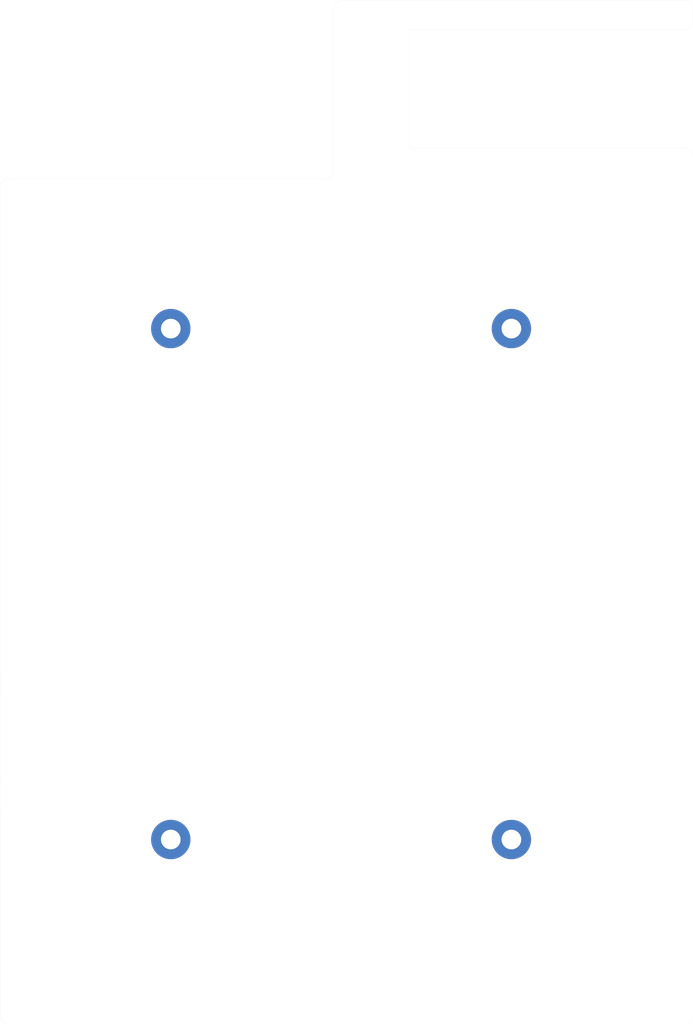
<source format=kicad_pcb>
(kicad_pcb (version 20171130) (host pcbnew "(5.1.6)-1")

  (general
    (thickness 1.6)
    (drawings 23)
    (tracks 0)
    (zones 0)
    (modules 4)
    (nets 1)
  )

  (page A4)
  (layers
    (0 F.Cu signal)
    (31 B.Cu signal)
    (32 B.Adhes user)
    (33 F.Adhes user)
    (34 B.Paste user)
    (35 F.Paste user)
    (36 B.SilkS user)
    (37 F.SilkS user)
    (38 B.Mask user)
    (39 F.Mask user)
    (40 Dwgs.User user)
    (41 Cmts.User user)
    (42 Eco1.User user)
    (43 Eco2.User user)
    (44 Edge.Cuts user)
    (45 Margin user)
    (46 B.CrtYd user)
    (47 F.CrtYd user)
    (48 B.Fab user)
    (49 F.Fab user)
  )

  (setup
    (last_trace_width 0.25)
    (user_trace_width 0.5)
    (user_trace_width 0.6)
    (trace_clearance 0.2)
    (zone_clearance 0.508)
    (zone_45_only no)
    (trace_min 0.2)
    (via_size 0.7)
    (via_drill 0.35)
    (via_min_size 0.4)
    (via_min_drill 0.3)
    (uvia_size 0.3)
    (uvia_drill 0.1)
    (uvias_allowed no)
    (uvia_min_size 0.2)
    (uvia_min_drill 0.1)
    (edge_width 0.01)
    (segment_width 0.2)
    (pcb_text_width 0.3)
    (pcb_text_size 1.5 1.5)
    (mod_edge_width 0.12)
    (mod_text_size 1 1)
    (mod_text_width 0.15)
    (pad_size 1.7526 1.7526)
    (pad_drill 1.0922)
    (pad_to_mask_clearance 0.051)
    (solder_mask_min_width 0.25)
    (aux_axis_origin 0 0)
    (grid_origin 127 73.025)
    (visible_elements 7FFFFFFF)
    (pcbplotparams
      (layerselection 0x010fc_ffffffff)
      (usegerberextensions false)
      (usegerberattributes false)
      (usegerberadvancedattributes false)
      (creategerberjobfile false)
      (excludeedgelayer true)
      (linewidth 0.100000)
      (plotframeref false)
      (viasonmask false)
      (mode 1)
      (useauxorigin false)
      (hpglpennumber 1)
      (hpglpenspeed 20)
      (hpglpendiameter 15.000000)
      (psnegative false)
      (psa4output false)
      (plotreference true)
      (plotvalue true)
      (plotinvisibletext false)
      (padsonsilk false)
      (subtractmaskfromsilk false)
      (outputformat 1)
      (mirror false)
      (drillshape 0)
      (scaleselection 1)
      (outputdirectory "Numpad_Gerbers/"))
  )

  (net 0 "")

  (net_class Default "This is the default net class."
    (clearance 0.2)
    (trace_width 0.25)
    (via_dia 0.7)
    (via_drill 0.35)
    (uvia_dia 0.3)
    (uvia_drill 0.1)
  )

  (net_class Data ""
    (clearance 0.2)
    (trace_width 0.25)
    (via_dia 0.7)
    (via_drill 0.35)
    (uvia_dia 0.3)
    (uvia_drill 0.1)
  )

  (net_class Power ""
    (clearance 0.2)
    (trace_width 0.5)
    (via_dia 0.7)
    (via_drill 0.35)
    (uvia_dia 0.3)
    (uvia_drill 0.1)
  )

  (net_class Thing ""
    (clearance 0.2)
    (trace_width 0.6)
    (via_dia 0.7)
    (via_drill 0.35)
    (uvia_dia 0.3)
    (uvia_drill 0.1)
  )

  (module MountingHole:MountingHole_2.2mm_M2_Pad (layer F.Cu) (tedit 5F5B0E61) (tstamp 5DC2C48A)
    (at 127 73.025)
    (descr "Mounting Hole 2.2mm, M2")
    (tags "mounting hole 2.2mm m2")
    (path /5E8D7F77)
    (attr virtual)
    (fp_text reference H1 (at 0 -3.2) (layer F.SilkS) hide
      (effects (font (size 1 1) (thickness 0.15)))
    )
    (fp_text value MountingHole (at 0 3.2) (layer F.Fab)
      (effects (font (size 1 1) (thickness 0.15)))
    )
    (fp_circle (center 0 0) (end 2.2 0) (layer Cmts.User) (width 0.15))
    (fp_circle (center 0 0) (end 2.45 0) (layer F.CrtYd) (width 0.05))
    (fp_text user %R (at 0.3 0) (layer F.Fab)
      (effects (font (size 1 1) (thickness 0.15)))
    )
    (pad 1 thru_hole circle (at 0 0) (size 4.4 4.4) (drill 2.2) (layers *.Cu *.Mask))
  )

  (module MountingHole:MountingHole_2.2mm_M2_Pad (layer F.Cu) (tedit 5F5B0E61) (tstamp 5F609FD8)
    (at 165.1 73.025)
    (descr "Mounting Hole 2.2mm, M2")
    (tags "mounting hole 2.2mm m2")
    (path /5E8D7F71)
    (attr virtual)
    (fp_text reference H2 (at 0 -3.2) (layer F.SilkS) hide
      (effects (font (size 1 1) (thickness 0.15)))
    )
    (fp_text value MountingHole (at 0 3.2) (layer F.Fab)
      (effects (font (size 1 1) (thickness 0.15)))
    )
    (fp_circle (center 0 0) (end 2.45 0) (layer F.CrtYd) (width 0.05))
    (fp_circle (center 0 0) (end 2.2 0) (layer Cmts.User) (width 0.15))
    (fp_text user %R (at 0.3 0) (layer F.Fab)
      (effects (font (size 1 1) (thickness 0.15)))
    )
    (pad 1 thru_hole circle (at 0 0) (size 4.4 4.4) (drill 2.2) (layers *.Cu *.Mask))
  )

  (module MountingHole:MountingHole_2.2mm_M2_Pad (layer F.Cu) (tedit 5F5B0E61) (tstamp 5DC2C4A2)
    (at 127 130.175)
    (descr "Mounting Hole 2.2mm, M2")
    (tags "mounting hole 2.2mm m2")
    (path /5E19BF75)
    (attr virtual)
    (fp_text reference H4 (at 0 -3.2) (layer F.SilkS) hide
      (effects (font (size 1 1) (thickness 0.15)))
    )
    (fp_text value MountingHole (at 0 3.2) (layer F.Fab)
      (effects (font (size 1 1) (thickness 0.15)))
    )
    (fp_circle (center 0 0) (end 2.2 0) (layer Cmts.User) (width 0.15))
    (fp_circle (center 0 0) (end 2.45 0) (layer F.CrtYd) (width 0.05))
    (fp_text user %R (at 0.3 0) (layer F.Fab)
      (effects (font (size 1 1) (thickness 0.15)))
    )
    (pad 1 thru_hole circle (at 0 0) (size 4.4 4.4) (drill 2.2) (layers *.Cu *.Mask))
  )

  (module MountingHole:MountingHole_2.2mm_M2_Pad (layer F.Cu) (tedit 5F5B0E61) (tstamp 5DC2C49A)
    (at 165.1 130.175)
    (descr "Mounting Hole 2.2mm, M2")
    (tags "mounting hole 2.2mm m2")
    (path /5E8D7F6B)
    (attr virtual)
    (fp_text reference H3 (at 0 -3.2) (layer F.SilkS) hide
      (effects (font (size 1 1) (thickness 0.15)))
    )
    (fp_text value MountingHole (at 0 3.2) (layer F.Fab)
      (effects (font (size 1 1) (thickness 0.15)))
    )
    (fp_circle (center 0 0) (end 2.2 0) (layer Cmts.User) (width 0.15))
    (fp_circle (center 0 0) (end 2.45 0) (layer F.CrtYd) (width 0.05))
    (fp_text user %R (at 0.3 0) (layer F.Fab)
      (effects (font (size 1 1) (thickness 0.15)))
    )
    (pad 1 thru_hole circle (at 0 0) (size 4.4 4.4) (drill 2.2) (layers *.Cu *.Mask))
  )

  (gr_line (start 185.4 37.275) (end 185.4 38.625) (layer Edge.Cuts) (width 0.01))
  (gr_arc (start 146.25 37.275) (end 146.25 36.275) (angle -90) (layer Edge.Cuts) (width 0.01) (tstamp 5F6806A8))
  (gr_line (start 146.25 36.275) (end 184.4 36.275) (layer Edge.Cuts) (width 0.01) (tstamp 5F68068F))
  (gr_line (start 145.25 55.275) (end 145.25 37.275) (layer Edge.Cuts) (width 0.01))
  (gr_arc (start 144.25 55.275) (end 144.25 56.275) (angle -90) (layer Edge.Cuts) (width 0.01) (tstamp 5F680652))
  (gr_line (start 108.9 56.275) (end 144.25 56.275) (layer Edge.Cuts) (width 0.01))
  (gr_line (start 153.7 39.624) (end 153.7 52.825) (layer Edge.Cuts) (width 0.01) (tstamp 5F61BF1A))
  (gr_arc (start 184.42 53.832) (end 185.42 53.832) (angle -90) (layer Edge.Cuts) (width 0.01))
  (gr_line (start 184.42 52.832) (end 153.7 52.825) (layer Edge.Cuts) (width 0.01) (tstamp 5F61B9A9))
  (gr_arc (start 184.4 38.624) (end 184.4 39.624) (angle -90) (layer Edge.Cuts) (width 0.01))
  (gr_line (start 153.7 39.624) (end 184.4 39.624) (layer Edge.Cuts) (width 0.01) (tstamp 5F61B9A8))
  (gr_circle (center 182.8292 38.608) (end 183.3753 38.608) (layer Cmts.User) (width 0.15))
  (gr_circle (center 127 130.175) (end 128.1 130.175) (layer Cmts.User) (width 0.15) (tstamp 5F61C1BF))
  (gr_circle (center 165.1 130.175) (end 166.2 130.175) (layer Cmts.User) (width 0.15) (tstamp 5F61C1BF))
  (gr_circle (center 165.1 73.025) (end 166.2 73.025) (layer Cmts.User) (width 0.15) (tstamp 5F61C1BF))
  (gr_circle (center 127 73.025) (end 128.1 73.025) (layer Cmts.User) (width 0.15))
  (gr_arc (start 184.42 149.8125) (end 184.42 150.8125) (angle -90) (layer Edge.Cuts) (width 0.01))
  (gr_arc (start 108.95 149.8125) (end 107.95 149.8125) (angle -90) (layer Edge.Cuts) (width 0.01))
  (gr_arc (start 108.9 57.275) (end 108.9 56.275) (angle -90) (layer Edge.Cuts) (width 0.01))
  (gr_arc (start 184.4 37.275) (end 185.4 37.275) (angle -90) (layer Edge.Cuts) (width 0.01))
  (gr_line (start 185.42 149.8125) (end 185.42 53.832) (layer Edge.Cuts) (width 0.01))
  (gr_line (start 108.95 150.8125) (end 184.42 150.8125) (layer Edge.Cuts) (width 0.01))
  (gr_line (start 107.9 57.275) (end 107.95 149.8125) (layer Edge.Cuts) (width 0.01))

)

</source>
